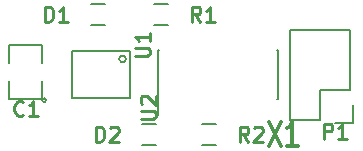
<source format=gto>
G04 #@! TF.FileFunction,Legend,Top*
%FSLAX46Y46*%
G04 Gerber Fmt 4.6, Leading zero omitted, Abs format (unit mm)*
G04 Created by KiCad (PCBNEW (after 2015-mar-04 BZR unknown)-product) date 9/2/2016 2:53:59 PM*
%MOMM*%
G01*
G04 APERTURE LIST*
%ADD10C,0.150000*%
%ADD11C,0.304800*%
%ADD12C,0.127000*%
%ADD13C,0.254000*%
G04 APERTURE END LIST*
D10*
D11*
X171740285Y-106075238D02*
X172756285Y-108107238D01*
X172756285Y-106075238D02*
X171740285Y-108107238D01*
X174135143Y-108107238D02*
X173264286Y-108107238D01*
X173699714Y-108107238D02*
X173699714Y-106075238D01*
X173554571Y-106365524D01*
X173409429Y-106559048D01*
X173264286Y-106655810D01*
D12*
X152833605Y-104267000D02*
G75*
G03X152833605Y-104267000I-179605J0D01*
G01*
X149733000Y-102616000D02*
X149733000Y-104140000D01*
X149733000Y-104140000D02*
X152527000Y-104140000D01*
X152527000Y-104140000D02*
X152527000Y-102616000D01*
X152527000Y-101092000D02*
X152527000Y-99568000D01*
X152527000Y-99568000D02*
X149733000Y-99568000D01*
X149733000Y-99568000D02*
X149733000Y-101092000D01*
X159956500Y-100139500D02*
X155003500Y-100139500D01*
X155003500Y-100139500D02*
X155003500Y-104076500D01*
X155003500Y-104076500D02*
X159956500Y-104076500D01*
X159956500Y-104076500D02*
X159956500Y-100139500D01*
X159605481Y-100774500D02*
G75*
G03X159605481Y-100774500I-283981J0D01*
G01*
D10*
X162311000Y-104183000D02*
X162336000Y-104183000D01*
X162311000Y-100033000D02*
X162416000Y-100033000D01*
X172461000Y-100033000D02*
X172356000Y-100033000D01*
X172461000Y-104183000D02*
X172356000Y-104183000D01*
X162311000Y-104183000D02*
X162311000Y-100033000D01*
X172461000Y-104183000D02*
X172461000Y-100033000D01*
X162336000Y-104183000D02*
X162336000Y-105558000D01*
X157826000Y-97903000D02*
X156626000Y-97903000D01*
X156626000Y-96153000D02*
X157826000Y-96153000D01*
X162144000Y-108063000D02*
X160944000Y-108063000D01*
X160944000Y-106313000D02*
X162144000Y-106313000D01*
X178562000Y-103378000D02*
X178562000Y-98298000D01*
X178842000Y-106198000D02*
X177292000Y-106198000D01*
X176022000Y-105918000D02*
X176022000Y-103378000D01*
X176022000Y-103378000D02*
X178562000Y-103378000D01*
X178562000Y-98298000D02*
X173482000Y-98298000D01*
X173482000Y-98298000D02*
X173482000Y-103378000D01*
X178842000Y-106198000D02*
X178842000Y-104648000D01*
X173482000Y-105918000D02*
X176022000Y-105918000D01*
X173482000Y-103378000D02*
X173482000Y-105918000D01*
X161960000Y-96153000D02*
X163160000Y-96153000D01*
X163160000Y-97903000D02*
X161960000Y-97903000D01*
X166024000Y-106313000D02*
X167224000Y-106313000D01*
X167224000Y-108063000D02*
X166024000Y-108063000D01*
D13*
X150918333Y-105482571D02*
X150857857Y-105543048D01*
X150676428Y-105603524D01*
X150555476Y-105603524D01*
X150374048Y-105543048D01*
X150253095Y-105422095D01*
X150192619Y-105301143D01*
X150132143Y-105059238D01*
X150132143Y-104877810D01*
X150192619Y-104635905D01*
X150253095Y-104514952D01*
X150374048Y-104394000D01*
X150555476Y-104333524D01*
X150676428Y-104333524D01*
X150857857Y-104394000D01*
X150918333Y-104454476D01*
X152127857Y-105603524D02*
X151402143Y-105603524D01*
X151765000Y-105603524D02*
X151765000Y-104333524D01*
X151644048Y-104514952D01*
X151523095Y-104635905D01*
X151402143Y-104696381D01*
X160340524Y-100535619D02*
X161368619Y-100535619D01*
X161489571Y-100475143D01*
X161550048Y-100414667D01*
X161610524Y-100293714D01*
X161610524Y-100051810D01*
X161550048Y-99930857D01*
X161489571Y-99870381D01*
X161368619Y-99809905D01*
X160340524Y-99809905D01*
X161610524Y-98539905D02*
X161610524Y-99265619D01*
X161610524Y-98902762D02*
X160340524Y-98902762D01*
X160521952Y-99023714D01*
X160642905Y-99144667D01*
X160703381Y-99265619D01*
X160848524Y-105869619D02*
X161876619Y-105869619D01*
X161997571Y-105809143D01*
X162058048Y-105748667D01*
X162118524Y-105627714D01*
X162118524Y-105385810D01*
X162058048Y-105264857D01*
X161997571Y-105204381D01*
X161876619Y-105143905D01*
X160848524Y-105143905D01*
X160969476Y-104599619D02*
X160909000Y-104539143D01*
X160848524Y-104418191D01*
X160848524Y-104115810D01*
X160909000Y-103994857D01*
X160969476Y-103934381D01*
X161090429Y-103873905D01*
X161211381Y-103873905D01*
X161392810Y-103934381D01*
X162118524Y-104660095D01*
X162118524Y-103873905D01*
X152732619Y-97602524D02*
X152732619Y-96332524D01*
X153035000Y-96332524D01*
X153216428Y-96393000D01*
X153337381Y-96513952D01*
X153397857Y-96634905D01*
X153458333Y-96876810D01*
X153458333Y-97058238D01*
X153397857Y-97300143D01*
X153337381Y-97421095D01*
X153216428Y-97542048D01*
X153035000Y-97602524D01*
X152732619Y-97602524D01*
X154667857Y-97602524D02*
X153942143Y-97602524D01*
X154305000Y-97602524D02*
X154305000Y-96332524D01*
X154184048Y-96513952D01*
X154063095Y-96634905D01*
X153942143Y-96695381D01*
X157050619Y-107762524D02*
X157050619Y-106492524D01*
X157353000Y-106492524D01*
X157534428Y-106553000D01*
X157655381Y-106673952D01*
X157715857Y-106794905D01*
X157776333Y-107036810D01*
X157776333Y-107218238D01*
X157715857Y-107460143D01*
X157655381Y-107581095D01*
X157534428Y-107702048D01*
X157353000Y-107762524D01*
X157050619Y-107762524D01*
X158260143Y-106613476D02*
X158320619Y-106553000D01*
X158441571Y-106492524D01*
X158743952Y-106492524D01*
X158864905Y-106553000D01*
X158925381Y-106613476D01*
X158985857Y-106734429D01*
X158985857Y-106855381D01*
X158925381Y-107036810D01*
X158199667Y-107762524D01*
X158985857Y-107762524D01*
X176354619Y-107508524D02*
X176354619Y-106238524D01*
X176838428Y-106238524D01*
X176959381Y-106299000D01*
X177019857Y-106359476D01*
X177080333Y-106480429D01*
X177080333Y-106661857D01*
X177019857Y-106782810D01*
X176959381Y-106843286D01*
X176838428Y-106903762D01*
X176354619Y-106903762D01*
X178289857Y-107508524D02*
X177564143Y-107508524D01*
X177927000Y-107508524D02*
X177927000Y-106238524D01*
X177806048Y-106419952D01*
X177685095Y-106540905D01*
X177564143Y-106601381D01*
X165904333Y-97602524D02*
X165481000Y-96997762D01*
X165178619Y-97602524D02*
X165178619Y-96332524D01*
X165662428Y-96332524D01*
X165783381Y-96393000D01*
X165843857Y-96453476D01*
X165904333Y-96574429D01*
X165904333Y-96755857D01*
X165843857Y-96876810D01*
X165783381Y-96937286D01*
X165662428Y-96997762D01*
X165178619Y-96997762D01*
X167113857Y-97602524D02*
X166388143Y-97602524D01*
X166751000Y-97602524D02*
X166751000Y-96332524D01*
X166630048Y-96513952D01*
X166509095Y-96634905D01*
X166388143Y-96695381D01*
X169968333Y-107762524D02*
X169545000Y-107157762D01*
X169242619Y-107762524D02*
X169242619Y-106492524D01*
X169726428Y-106492524D01*
X169847381Y-106553000D01*
X169907857Y-106613476D01*
X169968333Y-106734429D01*
X169968333Y-106915857D01*
X169907857Y-107036810D01*
X169847381Y-107097286D01*
X169726428Y-107157762D01*
X169242619Y-107157762D01*
X170452143Y-106613476D02*
X170512619Y-106553000D01*
X170633571Y-106492524D01*
X170935952Y-106492524D01*
X171056905Y-106553000D01*
X171117381Y-106613476D01*
X171177857Y-106734429D01*
X171177857Y-106855381D01*
X171117381Y-107036810D01*
X170391667Y-107762524D01*
X171177857Y-107762524D01*
M02*

</source>
